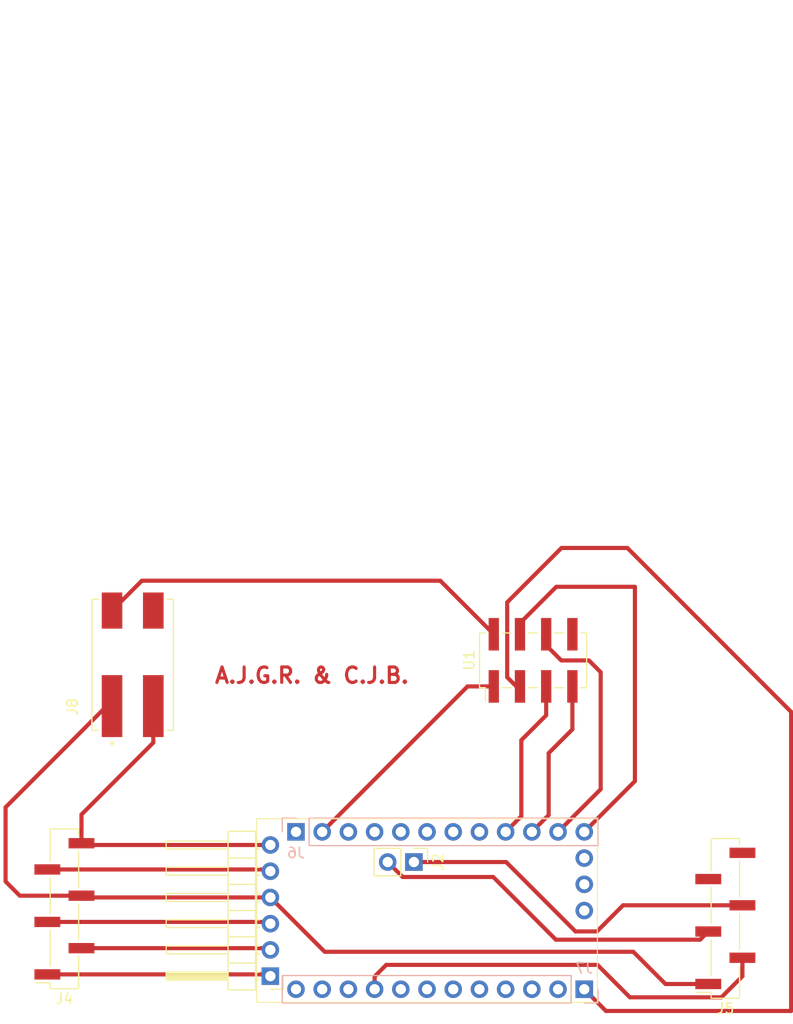
<source format=kicad_pcb>
(kicad_pcb (version 20241229) (generator "pcbnew") (generator_version "9.0")
  (title_block (date "sam. 04 avril 2015"))
  (layers (0 "F.Cu" signal) (2 "B.Cu" signal) (13 "F.Paste" user) (15 "B.Paste" user) (5 "F.SilkS" user "F.Silkscreen") (7 "B.SilkS" user "B.Silkscreen") (1 "F.Mask" user) (3 "B.Mask" user) (25 "Edge.Cuts" user))
  (net 0 "")
  (net 1 "GND")
  (net 2 "/~{RESET}")
  (net 3 "VCC")
  (net 4 "/*D9")
  (net 5 "/D8")
  (net 6 "/D7")
  (net 7 "/*D6")
  (net 8 "/*D5")
  (net 9 "/D4")
  (net 10 "/A3")
  (net 11 "/A2")
  (net 12 "/A1")
  (net 13 "/A0")
  (net 14 "/A6")
  (net 15 "/D2")
  (net 16 "/*D3")
  (net 17 "/DTR")
  (net 18 "/TX")
  (net 19 "/RX")
  (net 20 "/SCL{slash}A5")
  (net 21 "/SDA{slash}A4")
  (net 22 "/SS{slash}*D10")
  (net 23 "/MOSI{slash}*D11")
  (net 24 "/MISO{slash}D12")
  (net 25 "/SCK{slash}D13")
  (net 26 "VDC")
  (footprint "ee:WAGO_2060-452_998-404" (layer "F.Cu") (at 87.98 67.31 90)
    (property "Reference" "J8" (at -4.075 -5.835 90) (layer "F.SilkS"))
    (property "Value" "2060-452_998-404")
    (fp_line (start 6.35 -3.95) (end -6.35 -3.95) (stroke (width 0.127)) (layer "F.SilkS"))
    (fp_line (start -6.35 -3.95) (end -6.35 -3.32) (stroke (width 0.127)) (layer "F.SilkS"))
    (fp_line (start 6.35 -3.32) (end 6.35 -3.95) (stroke (width 0.127)) (layer "F.SilkS"))
    (fp_line (start 6.35 3.95) (end 6.35 3.32) (stroke (width 0.127)) (layer "F.SilkS"))
    (fp_line (start -6.35 3.95) (end -6.35 3.32) (stroke (width 0.127)) (layer "F.SilkS"))
    (fp_line (start -6.35 3.95) (end 6.35 3.95) (stroke (width 0.127)) (layer "F.SilkS"))
    (fp_circle (center -7.6 -2) (end -7.5 -2) (stroke (width 0.2)) (fill no) (layer "F.SilkS"))
    (pad "1_1" smd rect (at -4 -2 90) (size 6 2) (layers "F.Cu" "F.Mask" "F.Paste") (net 3 "VCC"))
    (pad "1_2" smd rect (at 5.25 -2 90) (size 3.5 2) (layers "F.Cu" "F.Mask" "F.Paste") (net 3 "VCC"))
    (pad "2_1" smd rect (at -4 2 90) (size 6 2) (layers "F.Cu" "F.Mask" "F.Paste") (net 1 "GND"))
    (pad "2_2" smd rect (at 5.25 2 90) (size 3.5 2) (layers "F.Cu" "F.Mask" "F.Paste") (net 1 "GND"))
  )
  (footprint "" (layer "F.Cu") (at 131.75 91.11 90)
    (property "Reference" "" (at 0 0 90) (layer "F.SilkS") (effects (font (size 1.27 1.27))))
    (property "Value" "")
    (pad "15" thru_hole oval (at 0 0 90) (size 1.7 1.7) (drill 1) (layers "*.Cu" "*.Paste" "*.Mask") (net 1 "GND"))
  )
  (footprint "Connector_PinHeader_2.54mm:PinHeader_1x02_P2.54mm_Vertical" (layer "F.Cu") (at 115.24 86.411 -90)
    (property "Reference" "J2" (at 0 -2.33 90) (layer "F.SilkS"))
    (property "Value" "I2C")
    (fp_line (start -1.33 3.87) (end 1.33 3.87) (stroke (width 0.12)) (layer "F.SilkS"))
    (fp_line (start -1.33 1.27) (end -1.33 3.87) (stroke (width 0.12)) (layer "F.SilkS"))
    (fp_line (start -1.33 1.27) (end 1.33 1.27) (stroke (width 0.12)) (layer "F.SilkS"))
    (fp_line (start 1.33 1.27) (end 1.33 3.87) (stroke (width 0.12)) (layer "F.SilkS"))
    (fp_line (start -1.33 0) (end -1.33 -1.33) (stroke (width 0.12)) (layer "F.SilkS"))
    (fp_line (start -1.33 -1.33) (end 0 -1.33) (stroke (width 0.12)) (layer "F.SilkS"))
    (pad "1" thru_hole rect (at 0 0 270) (size 1.7 1.7) (drill 1) (layers "*.Cu" "*.Paste" "*.Mask") (net 21 "/SDA{slash}A4"))
    (pad "2" thru_hole oval (at 0 2.54 270) (size 1.7 1.7) (drill 1) (layers "*.Cu" "*.Paste" "*.Mask") (net 20 "/SCL{slash}A5"))
  )
  (footprint "Connector_PinHeader_2.54mm:PinHeader_1x06_P2.54mm_Vertical_SMD_Pin1Right" (layer "F.Cu") (at 145.425 91.87 180)
    (property "Reference" "J5" (at 0 -8.73 0) (layer "F.SilkS"))
    (property "Value" "Conn_01x06_Pin")
    (fp_line (start 1.38 4.62) (end 1.38 7.73) (stroke (width 0.12)) (layer "F.SilkS"))
    (fp_line (start 1.38 -0.46) (end 1.38 3) (stroke (width 0.12)) (layer "F.SilkS"))
    (fp_line (start 1.38 -5.54) (end 1.38 -2.08) (stroke (width 0.12)) (layer "F.SilkS"))
    (fp_line (start 1.38 -7.16) (end 2.85 -7.16) (stroke (width 0.12)) (layer "F.SilkS"))
    (fp_line (start 1.38 -7.73) (end 1.38 -7.16) (stroke (width 0.12)) (layer "F.SilkS"))
    (fp_line (start -1.38 7.73) (end 1.38 7.73) (stroke (width 0.12)) (layer "F.SilkS"))
    (fp_line (start -1.38 7.16) (end -1.38 7.73) (stroke (width 0.12)) (layer "F.SilkS"))
    (fp_line (start -1.38 2.08) (end -1.38 5.54) (stroke (width 0.12)) (layer "F.SilkS"))
    (fp_line (start -1.38 -3) (end -1.38 0.46) (stroke (width 0.12)) (layer "F.SilkS"))
    (fp_line (start -1.38 -7.16) (end -1.38 -4.62) (stroke (width 0.12)) (layer "F.SilkS"))
    (fp_line (start -1.38 -7.73) (end 1.38 -7.73) (stroke (width 0.12)) (layer "F.SilkS"))
    (fp_line (start -1.38 -7.73) (end -1.38 -4.62) (stroke (width 0.12)) (layer "F.SilkS"))
    (pad "1" smd rect (at 1.655 -6.35 180) (size 2.51 1) (layers "F.Cu" "F.Mask" "F.Paste") (net 3 "VCC"))
    (pad "2" smd rect (at -1.655 -3.81 180) (size 2.51 1) (layers "F.Cu" "F.Mask" "F.Paste") (net 1 "GND"))
    (pad "3" smd rect (at 1.655 -1.27 180) (size 2.51 1) (layers "F.Cu" "F.Mask" "F.Paste") (net 20 "/SCL{slash}A5"))
    (pad "4" smd rect (at -1.655 1.27 180) (size 2.51 1) (layers "F.Cu" "F.Mask" "F.Paste") (net 21 "/SDA{slash}A4"))
    (pad "5" smd rect (at 1.655 3.81 180) (size 2.51 1) (layers "F.Cu" "F.Mask" "F.Paste"))
    (pad "6" smd rect (at -1.655 6.35 180) (size 2.51 1) (layers "F.Cu" "F.Mask" "F.Paste"))
  )
  (footprint "Connector_PinHeader_2.54mm:PinHeader_1x06_P2.54mm_Vertical_SMD_Pin1Right" (layer "F.Cu") (at 81.365 90.94 180)
    (property "Reference" "J4" (at 0 -8.73 0) (layer "F.SilkS"))
    (property "Value" "Conn_01x06_Pin")
    (fp_line (start 1.38 4.62) (end 1.38 7.73) (stroke (width 0.12)) (layer "F.SilkS"))
    (fp_line (start 1.38 -0.46) (end 1.38 3) (stroke (width 0.12)) (layer "F.SilkS"))
    (fp_line (start 1.38 -5.54) (end 1.38 -2.08) (stroke (width 0.12)) (layer "F.SilkS"))
    (fp_line (start 1.38 -7.16) (end 2.85 -7.16) (stroke (width 0.12)) (layer "F.SilkS"))
    (fp_line (start 1.38 -7.73) (end 1.38 -7.16) (stroke (width 0.12)) (layer "F.SilkS"))
    (fp_line (start -1.38 7.73) (end 1.38 7.73) (stroke (width 0.12)) (layer "F.SilkS"))
    (fp_line (start -1.38 7.16) (end -1.38 7.73) (stroke (width 0.12)) (layer "F.SilkS"))
    (fp_line (start -1.38 2.08) (end -1.38 5.54) (stroke (width 0.12)) (layer "F.SilkS"))
    (fp_line (start -1.38 -3) (end -1.38 0.46) (stroke (width 0.12)) (layer "F.SilkS"))
    (fp_line (start -1.38 -7.16) (end -1.38 -4.62) (stroke (width 0.12)) (layer "F.SilkS"))
    (fp_line (start -1.38 -7.73) (end 1.38 -7.73) (stroke (width 0.12)) (layer "F.SilkS"))
    (fp_line (start -1.38 -7.73) (end -1.38 -4.62) (stroke (width 0.12)) (layer "F.SilkS"))
    (pad "1" smd rect (at 1.655 -6.35 180) (size 2.51 1) (layers "F.Cu" "F.Mask" "F.Paste") (net 17 "/DTR"))
    (pad "2" smd rect (at -1.655 -3.81 180) (size 2.51 1) (layers "F.Cu" "F.Mask" "F.Paste") (net 18 "/TX"))
    (pad "3" smd rect (at 1.655 -1.27 180) (size 2.51 1) (layers "F.Cu" "F.Mask" "F.Paste") (net 19 "/RX"))
    (pad "4" smd rect (at -1.655 1.27 180) (size 2.51 1) (layers "F.Cu" "F.Mask" "F.Paste") (net 3 "VCC"))
    (pad "5" smd rect (at 1.655 3.81 180) (size 2.51 1) (layers "F.Cu" "F.Mask" "F.Paste") (net 1 "GND"))
    (pad "6" smd rect (at -1.655 6.35 180) (size 2.51 1) (layers "F.Cu" "F.Mask" "F.Paste") (net 1 "GND"))
  )
  (footprint "" (layer "F.Cu") (at 131.75 88.57 90)
    (property "Reference" "" (at 0 0 90) (layer "F.SilkS") (effects (font (size 1.27 1.27))))
    (property "Value" "")
    (pad "14" thru_hole oval (at 0 0 90) (size 1.7 1.7) (drill 1) (layers "*.Cu" "*.Paste" "*.Mask") (net 14 "/A6"))
  )
  (footprint "Connector_PinHeader_2.54mm:PinHeader_1x06_P2.54mm_Horizontal" (layer "F.Cu") (at 101.327 97.46 180)
    (property "Reference" "J1" (hide yes))
    (property "Value" "FTDI")
    (fp_line (start 10.1 13.08) (end 4.1 13.08) (stroke (width 0.12)) (layer "F.SilkS"))
    (fp_line (start 10.1 12.32) (end 10.1 13.08) (stroke (width 0.12)) (layer "F.SilkS"))
    (fp_line (start 10.1 10.54) (end 4.1 10.54) (stroke (width 0.12)) (layer "F.SilkS"))
    (fp_line (start 10.1 9.78) (end 10.1 10.54) (stroke (width 0.12)) (layer "F.SilkS"))
    (fp_line (start 10.1 8) (end 4.1 8) (stroke (width 0.12)) (layer "F.SilkS"))
    (fp_line (start 10.1 7.24) (end 10.1 8) (stroke (width 0.12)) (layer "F.SilkS"))
    (fp_line (start 10.1 5.46) (end 4.1 5.46) (stroke (width 0.12)) (layer "F.SilkS"))
    (fp_line (start 10.1 4.7) (end 10.1 5.46) (stroke (width 0.12)) (layer "F.SilkS"))
    (fp_line (start 10.1 2.92) (end 4.1 2.92) (stroke (width 0.12)) (layer "F.SilkS"))
    (fp_line (start 10.1 2.16) (end 10.1 2.92) (stroke (width 0.12)) (layer "F.SilkS"))
    (fp_line (start 10.1 0.38) (end 4.1 0.38) (stroke (width 0.12)) (layer "F.SilkS"))
    (fp_line (start 10.1 -0.38) (end 10.1 0.38) (stroke (width 0.12)) (layer "F.SilkS"))
    (fp_line (start 4.1 14.03) (end 4.1 -1.33) (stroke (width 0.12)) (layer "F.SilkS"))
    (fp_line (start 4.1 12.32) (end 10.1 12.32) (stroke (width 0.12)) (layer "F.SilkS"))
    (fp_line (start 4.1 9.78) (end 10.1 9.78) (stroke (width 0.12)) (layer "F.SilkS"))
    (fp_line (start 4.1 7.24) (end 10.1 7.24) (stroke (width 0.12)) (layer "F.SilkS"))
    (fp_line (start 4.1 4.7) (end 10.1 4.7) (stroke (width 0.12)) (layer "F.SilkS"))
    (fp_line (start 4.1 2.16) (end 10.1 2.16) (stroke (width 0.12)) (layer "F.SilkS"))
    (fp_line (start 4.1 0.28) (end 10.1 0.28) (stroke (width 0.12)) (layer "F.SilkS"))
    (fp_line (start 4.1 0.16) (end 10.1 0.16) (stroke (width 0.12)) (layer "F.SilkS"))
    (fp_line (start 4.1 0.04) (end 10.1 0.04) (stroke (width 0.12)) (layer "F.SilkS"))
    (fp_line (start 4.1 -0.08) (end 10.1 -0.08) (stroke (width 0.12)) (layer "F.SilkS"))
    (fp_line (start 4.1 -0.2) (end 10.1 -0.2) (stroke (width 0.12)) (layer "F.SilkS"))
    (fp_line (start 4.1 -0.32) (end 10.1 -0.32) (stroke (width 0.12)) (layer "F.SilkS"))
    (fp_line (start 4.1 -0.38) (end 10.1 -0.38) (stroke (width 0.12)) (layer "F.SilkS"))
    (fp_line (start 4.1 -1.33) (end 1.44 -1.33) (stroke (width 0.12)) (layer "F.SilkS"))
    (fp_line (start 1.44 14.03) (end 4.1 14.03) (stroke (width 0.12)) (layer "F.SilkS"))
    (fp_line (start 1.44 11.43) (end 4.1 11.43) (stroke (width 0.12)) (layer "F.SilkS"))
    (fp_line (start 1.44 8.89) (end 4.1 8.89) (stroke (width 0.12)) (layer "F.SilkS"))
    (fp_line (start 1.44 6.35) (end 4.1 6.35) (stroke (width 0.12)) (layer "F.SilkS"))
    (fp_line (start 1.44 3.81) (end 4.1 3.81) (stroke (width 0.12)) (layer "F.SilkS"))
    (fp_line (start 1.44 1.27) (end 4.1 1.27) (stroke (width 0.12)) (layer "F.SilkS"))
    (fp_line (start 1.44 -1.33) (end 1.44 14.03) (stroke (width 0.12)) (layer "F.SilkS"))
    (fp_line (start 1.11 0.38) (end 1.44 0.38) (stroke (width 0.12)) (layer "F.SilkS"))
    (fp_line (start 1.11 -0.38) (end 1.44 -0.38) (stroke (width 0.12)) (layer "F.SilkS"))
    (fp_line (start 1.042929 13.08) (end 1.44 13.08) (stroke (width 0.12)) (layer "F.SilkS"))
    (fp_line (start 1.042929 12.32) (end 1.44 12.32) (stroke (width 0.12)) (layer "F.SilkS"))
    (fp_line (start 1.042929 10.54) (end 1.44 10.54) (stroke (width 0.12)) (layer "F.SilkS"))
    (fp_line (start 1.042929 9.78) (end 1.44 9.78) (stroke (width 0.12)) (layer "F.SilkS"))
    (fp_line (start 1.042929 8) (end 1.44 8) (stroke (width 0.12)) (layer "F.SilkS"))
    (fp_line (start 1.042929 7.24) (end 1.44 7.24) (stroke (width 0.12)) (layer "F.SilkS"))
    (fp_line (start 1.042929 5.46) (end 1.44 5.46) (stroke (width 0.12)) (layer "F.SilkS"))
    (fp_line (start 1.042929 4.7) (end 1.44 4.7) (stroke (width 0.12)) (layer "F.SilkS"))
    (fp_line (start 1.042929 2.92) (end 1.44 2.92) (stroke (width 0.12)) (layer "F.SilkS"))
    (fp_line (start 1.042929 2.16) (end 1.44 2.16) (stroke (width 0.12)) (layer "F.SilkS"))
    (fp_line (start -1.27 0) (end -1.27 -1.27) (stroke (width 0.12)) (layer "F.SilkS"))
    (fp_line (start -1.27 -1.27) (end 0 -1.27) (stroke (width 0.12)) (layer "F.SilkS"))
    (pad "1" thru_hole rect (at 0 0 180) (size 1.7 1.7) (drill 1) (layers "*.Cu" "*.Paste" "*.Mask") (net 17 "/DTR"))
    (pad "2" thru_hole oval (at 0 2.54 180) (size 1.7 1.7) (drill 1) (layers "*.Cu" "*.Paste" "*.Mask") (net 18 "/TX"))
    (pad "3" thru_hole oval (at 0 5.08 180) (size 1.7 1.7) (drill 1) (layers "*.Cu" "*.Paste" "*.Mask") (net 19 "/RX"))
    (pad "4" thru_hole oval (at 0 7.62 180) (size 1.7 1.7) (drill 1) (layers "*.Cu" "*.Paste" "*.Mask") (net 3 "VCC"))
    (pad "5" thru_hole oval (at 0 10.16 180) (size 1.7 1.7) (drill 1) (layers "*.Cu" "*.Paste" "*.Mask") (net 1 "GND"))
    (pad "6" thru_hole oval (at 0 12.7 180) (size 1.7 1.7) (drill 1) (layers "*.Cu" "*.Paste" "*.Mask") (net 1 "GND"))
  )
  (footprint "" (layer "F.Cu") (at 131.75 86.03 90)
    (property "Reference" "" (at 0 0 90) (layer "F.SilkS") (effects (font (size 1.27 1.27))))
    (property "Value" "")
    (pad "11" thru_hole oval (at 0 0 90) (size 1.7 1.7) (drill 1) (layers "*.Cu" "*.Paste" "*.Mask") (net 23 "/MOSI{slash}*D11"))
  )
  (footprint "Connector_PinHeader_2.54mm:PinHeader_2x04_P2.54mm_Vertical_SMD" (layer "F.Cu") (at 126.79 66.88 90)
    (property "Reference" "U1" (at 0 -6.19 90) (layer "F.SilkS"))
    (property "Value" "NRF24L01_Breakout")
    (fp_line (start 2.65 -5.19) (end 2.65 -4.62) (stroke (width 0.12)) (layer "F.SilkS"))
    (fp_line (start -2.65 -5.19) (end 2.65 -5.19) (stroke (width 0.12)) (layer "F.SilkS"))
    (fp_line (start -2.65 -5.19) (end -2.65 -4.62) (stroke (width 0.12)) (layer "F.SilkS"))
    (fp_line (start -4.04 -4.62) (end -2.65 -4.62) (stroke (width 0.12)) (layer "F.SilkS"))
    (fp_line (start 2.65 -3) (end 2.65 -2.08) (stroke (width 0.12)) (layer "F.SilkS"))
    (fp_line (start -2.65 -3) (end -2.65 -2.08) (stroke (width 0.12)) (layer "F.SilkS"))
    (fp_line (start 2.65 -0.46) (end 2.65 0.46) (stroke (width 0.12)) (layer "F.SilkS"))
    (fp_line (start -2.65 -0.46) (end -2.65 0.46) (stroke (width 0.12)) (layer "F.SilkS"))
    (fp_line (start 2.65 2.08) (end 2.65 3) (stroke (width 0.12)) (layer "F.SilkS"))
    (fp_line (start -2.65 2.08) (end -2.65 3) (stroke (width 0.12)) (layer "F.SilkS"))
    (fp_line (start 2.65 4.62) (end 2.65 5.19) (stroke (width 0.12)) (layer "F.SilkS"))
    (fp_line (start -2.65 4.62) (end -2.65 5.19) (stroke (width 0.12)) (layer "F.SilkS"))
    (fp_line (start -2.65 5.19) (end 2.65 5.19) (stroke (width 0.12)) (layer "F.SilkS"))
    (pad "1" smd rect (at -2.525 -3.81 90) (size 3.15 1) (layers "F.Cu" "F.Mask" "F.Paste") (net 1 "GND"))
    (pad "2" smd rect (at 2.525 -3.81 90) (size 3.15 1) (layers "F.Cu" "F.Mask" "F.Paste") (net 3 "VCC"))
    (pad "3" smd rect (at -2.525 -1.27 90) (size 3.15 1) (layers "F.Cu" "F.Mask" "F.Paste") (net 4 "/*D9"))
    (pad "4" smd rect (at 2.525 -1.27 90) (size 3.15 1) (layers "F.Cu" "F.Mask" "F.Paste") (net 22 "/SS{slash}*D10"))
    (pad "5" smd rect (at -2.525 1.27 90) (size 3.15 1) (layers "F.Cu" "F.Mask" "F.Paste") (net 25 "/SCK{slash}D13"))
    (pad "6" smd rect (at 2.525 1.27 90) (size 3.15 1) (layers "F.Cu" "F.Mask" "F.Paste") (net 23 "/MOSI{slash}*D11"))
    (pad "7" smd rect (at -2.525 3.81 90) (size 3.15 1) (layers "F.Cu" "F.Mask" "F.Paste") (net 24 "/MISO{slash}D12"))
    (pad "8" smd rect (at 2.525 3.81 90) (size 3.15 1) (layers "F.Cu" "F.Mask" "F.Paste"))
  )
  (footprint "Connector_PinHeader_2.54mm:PinHeader_1x12_P2.54mm_Vertical" (layer "B.Cu") (at 131.75 98.73 90)
    (property "Reference" "J7" (at 2.032 0 180) (layer "B.SilkS") (effects (justify mirror)))
    (property "Value" "Digital")
    (fp_line (start -1.33 -29.27) (end 1.33 -29.27) (stroke (width 0.12)) (layer "B.SilkS"))
    (fp_line (start 1.33 -1.27) (end 1.33 -29.27) (stroke (width 0.12)) (layer "B.SilkS"))
    (fp_line (start -1.33 -1.27) (end -1.33 -29.27) (stroke (width 0.12)) (layer "B.SilkS"))
    (fp_line (start -1.33 -1.27) (end 1.33 -1.27) (stroke (width 0.12)) (layer "B.SilkS"))
    (fp_line (start -1.33 0) (end -1.33 1.33) (stroke (width 0.12)) (layer "B.SilkS"))
    (fp_line (start -1.33 1.33) (end 0 1.33) (stroke (width 0.12)) (layer "B.SilkS"))
    (pad "1" thru_hole rect (at 0 0 90) (size 1.7 1.7) (drill 1) (layers "*.Cu" "*.Paste" "*.Mask") (net 4 "/*D9"))
    (pad "2" thru_hole oval (at 0 -2.54 90) (size 1.7 1.7) (drill 1) (layers "*.Cu" "*.Paste" "*.Mask") (net 5 "/D8"))
    (pad "3" thru_hole oval (at 0 -5.08 90) (size 1.7 1.7) (drill 1) (layers "*.Cu" "*.Paste" "*.Mask") (net 6 "/D7"))
    (pad "4" thru_hole oval (at 0 -7.62 90) (size 1.7 1.7) (drill 1) (layers "*.Cu" "*.Paste" "*.Mask") (net 7 "/*D6"))
    (pad "5" thru_hole oval (at 0 -10.16 90) (size 1.7 1.7) (drill 1) (layers "*.Cu" "*.Paste" "*.Mask") (net 8 "/*D5"))
    (pad "6" thru_hole oval (at 0 -12.7 90) (size 1.7 1.7) (drill 1) (layers "*.Cu" "*.Paste" "*.Mask") (net 9 "/D4"))
    (pad "7" thru_hole oval (at 0 -15.24 90) (size 1.7 1.7) (drill 1) (layers "*.Cu" "*.Paste" "*.Mask") (net 16 "/*D3"))
    (pad "8" thru_hole oval (at 0 -17.78 90) (size 1.7 1.7) (drill 1) (layers "*.Cu" "*.Paste" "*.Mask") (net 15 "/D2"))
    (pad "9" thru_hole oval (at 0 -20.32 90) (size 1.7 1.7) (drill 1) (layers "*.Cu" "*.Paste" "*.Mask") (net 1 "GND"))
    (pad "10" thru_hole oval (at 0 -22.86 90) (size 1.7 1.7) (drill 1) (layers "*.Cu" "*.Paste" "*.Mask") (net 2 "/~{RESET}"))
    (pad "11" thru_hole oval (at 0 -25.4 90) (size 1.7 1.7) (drill 1) (layers "*.Cu" "*.Paste" "*.Mask") (net 19 "/RX"))
    (pad "12" thru_hole oval (at 0 -27.94 90) (size 1.7 1.7) (drill 1) (layers "*.Cu" "*.Paste" "*.Mask") (net 18 "/TX"))
  )
  (footprint "Connector_PinHeader_2.54mm:PinHeader_1x12_P2.54mm_Vertical" (layer "B.Cu") (at 103.81 83.49 -90)
    (property "Reference" "J6" (at 2.032 0 180) (layer "B.SilkS") (effects (justify mirror)))
    (property "Value" "Analog")
    (fp_line (start -1.33 1.33) (end 0 1.33) (stroke (width 0.12)) (layer "B.SilkS"))
    (fp_line (start -1.33 0) (end -1.33 1.33) (stroke (width 0.12)) (layer "B.SilkS"))
    (fp_line (start -1.33 -1.27) (end 1.33 -1.27) (stroke (width 0.12)) (layer "B.SilkS"))
    (fp_line (start -1.33 -1.27) (end -1.33 -29.27) (stroke (width 0.12)) (layer "B.SilkS"))
    (fp_line (start 1.33 -1.27) (end 1.33 -29.27) (stroke (width 0.12)) (layer "B.SilkS"))
    (fp_line (start -1.33 -29.27) (end 1.33 -29.27) (stroke (width 0.12)) (layer "B.SilkS"))
    (pad "1" thru_hole rect (at 0 0 270) (size 1.7 1.7) (drill 1) (layers "*.Cu" "*.Paste" "*.Mask") (net 26 "VDC"))
    (pad "2" thru_hole oval (at 0 -2.54 270) (size 1.7 1.7) (drill 1) (layers "*.Cu" "*.Paste" "*.Mask") (net 1 "GND"))
    (pad "3" thru_hole oval (at 0 -5.08 270) (size 1.7 1.7) (drill 1) (layers "*.Cu" "*.Paste" "*.Mask") (net 2 "/~{RESET}"))
    (pad "4" thru_hole oval (at 0 -7.62 270) (size 1.7 1.7) (drill 1) (layers "*.Cu" "*.Paste" "*.Mask") (net 3 "VCC"))
    (pad "5" thru_hole oval (at 0 -10.16 270) (size 1.7 1.7) (drill 1) (layers "*.Cu" "*.Paste" "*.Mask") (net 10 "/A3"))
    (pad "6" thru_hole oval (at 0 -12.7 270) (size 1.7 1.7) (drill 1) (layers "*.Cu" "*.Paste" "*.Mask") (net 11 "/A2"))
    (pad "7" thru_hole oval (at 0 -15.24 270) (size 1.7 1.7) (drill 1) (layers "*.Cu" "*.Paste" "*.Mask") (net 12 "/A1"))
    (pad "8" thru_hole oval (at 0 -17.78 270) (size 1.7 1.7) (drill 1) (layers "*.Cu" "*.Paste" "*.Mask") (net 13 "/A0"))
    (pad "9" thru_hole oval (at 0 -20.32 270) (size 1.7 1.7) (drill 1) (layers "*.Cu" "*.Paste" "*.Mask") (net 25 "/SCK{slash}D13"))
    (pad "10" thru_hole oval (at 0 -22.86 270) (size 1.7 1.7) (drill 1) (layers "*.Cu" "*.Paste" "*.Mask") (net 24 "/MISO{slash}D12"))
    (pad "11" thru_hole oval (at 0 -25.4 270) (size 1.7 1.7) (drill 1) (layers "*.Cu" "*.Paste" "*.Mask") (net 23 "/MOSI{slash}*D11"))
    (pad "12" thru_hole oval (at 0 -27.94 270) (size 1.7 1.7) (drill 1) (layers "*.Cu" "*.Paste" "*.Mask") (net 22 "/SS{slash}*D10"))
  )
  (gr_rect (start 100 82.22) (end 133.02 100) (stroke (width 0.1)) (fill no) (layer "F.SilkS"))
  (gr_text "A.J.G.R. & C.J.B." (at 95.8 69.22 0) (layer "F.Cu") (effects (font (size 1.5 1.5) (thickness 0.3) (bold yes)) (justify left bottom)))
  (segment (start 83.32 84.89) (end 83.02 84.59) (width 0.4) (layer "F.Cu") (net 1))
  (segment (start 112.56 96.37) (end 111.43 97.5) (width 0.4) (layer "F.Cu") (net 1))
  (segment (start 122.98 69.405) (end 120.435 69.405) (width 0.4) (layer "F.Cu") (net 1))
  (segment (start 133.03 96.37) (end 112.56 96.37) (width 0.4) (layer "F.Cu") (net 1))
  (segment (start 89.98 74.85) (end 89.98 71.31) (width 0.4) (layer "F.Cu") (net 1))
  (segment (start 136.17 99.51) (end 133.03 96.37) (width 0.4) (layer "F.Cu") (net 1))
  (segment (start 83.02 81.81) (end 89.98 74.85) (width 0.4) (layer "F.Cu") (net 1))
  (segment (start 101.027 87) (end 101.327 87.3) (width 0.4) (layer "F.Cu") (net 1))
  (segment (start 145.037 99.51) (end 136.17 99.51) (width 0.4) (layer "F.Cu") (net 1))
  (segment (start 83.02 84.59) (end 83.48 84.59) (width 0.4) (layer "F.Cu") (net 1))
  (segment (start 79.71 87.13) (end 101.157 87.13) (width 0.4) (layer "F.Cu") (net 1))
  (segment (start 111.43 97.5) (end 111.43 98.73) (width 0.4) (layer "F.Cu") (net 1))
  (segment (start 83.65 84.76) (end 101.327 84.76) (width 0.4) (layer "F.Cu") (net 1))
  (segment (start 101.157 87.13) (end 101.327 87.3) (width 0.4) (layer "F.Cu") (net 1))
  (segment (start 83.02 84.59) (end 83.02 81.81) (width 0.4) (layer "F.Cu") (net 1))
  (segment (start 147.08 97.467) (end 145.037 99.51) (width 0.4) (layer "F.Cu") (net 1))
  (segment (start 147.08 95.68) (end 147.08 97.467) (width 0.4) (layer "F.Cu") (net 1))
  (segment (start 120.435 69.405) (end 106.35 83.49) (width 0.4) (layer "F.Cu") (net 1))
  (segment (start 83.48 84.59) (end 83.65 84.76) (width 0.4) (layer "F.Cu") (net 1))
  (segment (start 75.66 88.29) (end 77.04 89.67) (width 0.4) (layer "F.Cu") (net 3))
  (segment (start 83.32 89.97) (end 83.02 89.67) (width 0.4) (layer "F.Cu") (net 3))
  (segment (start 122.98 64.355) (end 117.795 59.17) (width 0.4) (layer "F.Cu") (net 3))
  (segment (start 106.587 95.1) (end 101.327 89.84) (width 0.4) (layer "F.Cu") (net 3))
  (segment (start 139.62 98.22) (end 136.5 95.1) (width 0.4) (layer "F.Cu") (net 3))
  (segment (start 143.77 98.22) (end 139.62 98.22) (width 0.4) (layer "F.Cu") (net 3))
  (segment (start 83.32 89.67) (end 83.49 89.84) (width 0.4) (layer "F.Cu") (net 3))
  (segment (start 77.04 89.67) (end 83.02 89.67) (width 0.4) (layer "F.Cu") (net 3))
  (segment (start 85.98 71.31) (end 85.46 71.31) (width 0.4) (layer "F.Cu") (net 3))
  (segment (start 88.87 59.17) (end 85.98 62.06) (width 0.4) (layer "F.Cu") (net 3))
  (segment (start 75.66 81.11) (end 75.66 88.29) (width 0.4) (layer "F.Cu") (net 3))
  (segment (start 136.5 95.1) (end 106.587 95.1) (width 0.4) (layer "F.Cu") (net 3))
  (segment (start 83.49 89.84) (end 101.327 89.84) (width 0.4) (layer "F.Cu") (net 3))
  (segment (start 85.46 71.31) (end 75.66 81.11) (width 0.4) (layer "F.Cu") (net 3))
  (segment (start 83.02 89.67) (end 83.32 89.67) (width 0.4) (layer "F.Cu") (net 3))
  (segment (start 117.795 59.17) (end 88.87 59.17) (width 0.4) (layer "F.Cu") (net 3))
  (segment (start 124.28 68.52) (end 125.165 69.405) (width 0.4) (layer "F.Cu") (net 4))
  (segment (start 125.165 69.405) (end 125.52 69.405) (width 0.4) (layer "F.Cu") (net 4))
  (segment (start 124.28 61.26) (end 124.28 68.52) (width 0.4) (layer "F.Cu") (net 4))
  (segment (start 151.8 71.87) (end 135.93 56) (width 0.4) (layer "F.Cu") (net 4))
  (segment (start 129.54 56) (end 124.28 61.26) (width 0.4) (layer "F.Cu") (net 4))
  (segment (start 133.85 100.83) (end 151.8 100.83) (width 0.4) (layer "F.Cu") (net 4))
  (segment (start 135.93 56) (end 129.54 56) (width 0.4) (layer "F.Cu") (net 4))
  (segment (start 131.75 98.73) (end 133.85 100.83) (width 0.4) (layer "F.Cu") (net 4))
  (segment (start 151.8 100.83) (end 151.8 71.87) (width 0.4) (layer "F.Cu") (net 4))
  (segment (start 80.01 97.59) (end 79.71 97.29) (width 0.4) (layer "F.Cu") (net 17))
  (segment (start 79.71 97.29) (end 101.157 97.29) (width 0.4) (layer "F.Cu") (net 17))
  (segment (start 101.157 97.29) (end 101.327 97.46) (width 0.4) (layer "F.Cu") (net 17))
  (segment (start 83.02 94.75) (end 101.157 94.75) (width 0.4) (layer "F.Cu") (net 18))
  (segment (start 101.157 94.75) (end 101.327 94.92) (width 0.4) (layer "F.Cu") (net 18))
  (segment (start 101.027 94.62) (end 101.327 94.92) (width 0.4) (layer "F.Cu") (net 18))
  (segment (start 101.157 92.21) (end 101.327 92.38) (width 0.4) (layer "F.Cu") (net 19))
  (segment (start 79.71 92.21) (end 101.157 92.21) (width 0.4) (layer "F.Cu") (net 19))
  (segment (start 80.01 92.51) (end 79.71 92.21) (width 0.4) (layer "F.Cu") (net 19))
  (segment (start 143.77 93.14) (end 142.98 93.93) (width 0.4) (layer "F.Cu") (net 20))
  (segment (start 128.99 93.92) (end 122.93 87.86) (width 0.4) (layer "F.Cu") (net 20))
  (segment (start 142.98 93.93) (end 128.99 93.93) (width 0.4) (layer "F.Cu") (net 20))
  (segment (start 122.93 87.86) (end 114.149 87.86) (width 0.4) (layer "F.Cu") (net 20))
  (segment (start 114.149 87.86) (end 112.7 86.411) (width 0.4) (layer "F.Cu") (net 20))
  (segment (start 128.99 93.93) (end 128.99 93.92) (width 0.4) (layer "F.Cu") (net 20))
  (segment (start 132.98 93.13) (end 130.9 93.13) (width 0.4) (layer "F.Cu") (net 21))
  (segment (start 124.181 86.411) (end 115.24 86.411) (width 0.4) (layer "F.Cu") (net 21))
  (segment (start 147.08 90.6) (end 135.51 90.6) (width 0.4) (layer "F.Cu") (net 21))
  (segment (start 130.9 93.13) (end 124.181 86.411) (width 0.4) (layer "F.Cu") (net 21))
  (segment (start 135.51 90.6) (end 132.98 93.13) (width 0.4) (layer "F.Cu") (net 21))
  (segment (start 136.66 78.58) (end 131.75 83.49) (width 0.4) (layer "F.Cu") (net 22))
  (segment (start 136.66 59.76) (end 136.66 78.58) (width 0.4) (layer "F.Cu") (net 22))
  (segment (start 129.04 59.76) (end 136.66 59.76) (width 0.4) (layer "F.Cu") (net 22))
  (segment (start 125.52 64.355) (end 125.52 63.28) (width 0.4) (layer "F.Cu") (net 22))
  (segment (start 125.52 63.28) (end 129.04 59.76) (width 0.4) (layer "F.Cu") (net 22))
  (segment (start 129.21 83.49) (end 133.34 79.36) (width 0.4) (layer "F.Cu") (net 23))
  (segment (start 133.34 68.03) (end 132.2 66.89) (width 0.4) (layer "F.Cu") (net 23))
  (segment (start 128.06 65.43) (end 128.06 64.355) (width 0.4) (layer "F.Cu") (net 23))
  (segment (start 132.2 66.89) (end 129.52 66.89) (width 0.4) (layer "F.Cu") (net 23))
  (segment (start 129.52 66.89) (end 128.06 65.43) (width 0.4) (layer "F.Cu") (net 23))
  (segment (start 133.34 79.36) (end 133.34 68.03) (width 0.4) (layer "F.Cu") (net 23))
  (segment (start 128.3 81.86) (end 128.3 75.86) (width 0.4) (layer "F.Cu") (net 24))
  (segment (start 126.67 83.49) (end 128.3 81.86) (width 0.4) (layer "F.Cu") (net 24))
  (segment (start 130.6 73.56) (end 130.6 69.405) (width 0.4) (layer "F.Cu") (net 24))
  (segment (start 128.3 75.86) (end 130.6 73.56) (width 0.4) (layer "F.Cu") (net 24))
  (segment (start 125.65 81.97) (end 124.13 83.49) (width 0.4) (layer "F.Cu") (net 25))
  (segment (start 125.65 74.61) (end 125.65 81.97) (width 0.4) (layer "F.Cu") (net 25))
  (segment (start 128.06 72.2) (end 125.65 74.61) (width 0.4) (layer "F.Cu") (net 25))
  (segment (start 128.06 69.405) (end 128.06 72.2) (width 0.4) (layer "F.Cu") (net 25))
)
</source>
